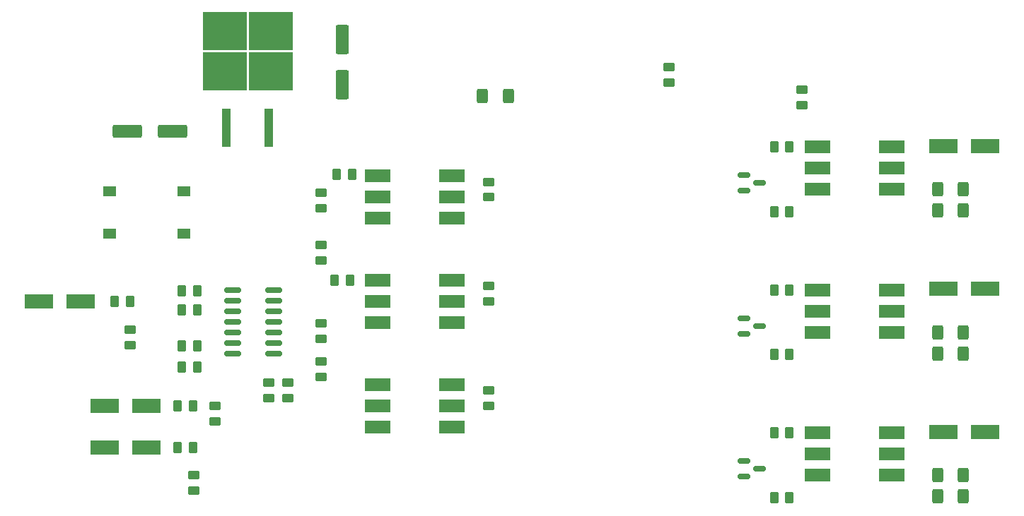
<source format=gbr>
%TF.GenerationSoftware,KiCad,Pcbnew,(6.0.10)*%
%TF.CreationDate,2023-02-08T12:55:30+07:00*%
%TF.ProjectId,3_phase_firing,335f7068-6173-4655-9f66-6972696e672e,rev?*%
%TF.SameCoordinates,Original*%
%TF.FileFunction,Paste,Top*%
%TF.FilePolarity,Positive*%
%FSLAX46Y46*%
G04 Gerber Fmt 4.6, Leading zero omitted, Abs format (unit mm)*
G04 Created by KiCad (PCBNEW (6.0.10)) date 2023-02-08 12:55:30*
%MOMM*%
%LPD*%
G01*
G04 APERTURE LIST*
G04 Aperture macros list*
%AMRoundRect*
0 Rectangle with rounded corners*
0 $1 Rounding radius*
0 $2 $3 $4 $5 $6 $7 $8 $9 X,Y pos of 4 corners*
0 Add a 4 corners polygon primitive as box body*
4,1,4,$2,$3,$4,$5,$6,$7,$8,$9,$2,$3,0*
0 Add four circle primitives for the rounded corners*
1,1,$1+$1,$2,$3*
1,1,$1+$1,$4,$5*
1,1,$1+$1,$6,$7*
1,1,$1+$1,$8,$9*
0 Add four rect primitives between the rounded corners*
20,1,$1+$1,$2,$3,$4,$5,0*
20,1,$1+$1,$4,$5,$6,$7,0*
20,1,$1+$1,$6,$7,$8,$9,0*
20,1,$1+$1,$8,$9,$2,$3,0*%
G04 Aperture macros list end*
%ADD10R,3.500000X1.800000*%
%ADD11R,3.100000X1.600000*%
%ADD12RoundRect,0.250000X0.262500X0.450000X-0.262500X0.450000X-0.262500X-0.450000X0.262500X-0.450000X0*%
%ADD13RoundRect,0.250000X-0.450000X0.262500X-0.450000X-0.262500X0.450000X-0.262500X0.450000X0.262500X0*%
%ADD14RoundRect,0.250000X0.400000X0.625000X-0.400000X0.625000X-0.400000X-0.625000X0.400000X-0.625000X0*%
%ADD15RoundRect,0.250000X0.450000X-0.262500X0.450000X0.262500X-0.450000X0.262500X-0.450000X-0.262500X0*%
%ADD16RoundRect,0.150000X-0.587500X-0.150000X0.587500X-0.150000X0.587500X0.150000X-0.587500X0.150000X0*%
%ADD17RoundRect,0.150000X-0.825000X-0.150000X0.825000X-0.150000X0.825000X0.150000X-0.825000X0.150000X0*%
%ADD18RoundRect,0.250000X1.500000X0.550000X-1.500000X0.550000X-1.500000X-0.550000X1.500000X-0.550000X0*%
%ADD19RoundRect,0.250000X-0.400000X-0.625000X0.400000X-0.625000X0.400000X0.625000X-0.400000X0.625000X0*%
%ADD20R,1.500000X1.300000*%
%ADD21RoundRect,0.250000X-0.262500X-0.450000X0.262500X-0.450000X0.262500X0.450000X-0.262500X0.450000X0*%
%ADD22R,5.250000X4.550000*%
%ADD23R,1.100000X4.600000*%
%ADD24RoundRect,0.250000X0.550000X-1.500000X0.550000X1.500000X-0.550000X1.500000X-0.550000X-1.500000X0*%
G04 APERTURE END LIST*
D10*
%TO.C,D6*%
X185801000Y-78503000D03*
X190801000Y-78503000D03*
%TD*%
D11*
%TO.C,U3*%
X118055000Y-64960000D03*
X118055000Y-67500000D03*
X118055000Y-70040000D03*
X126945000Y-70040000D03*
X126945000Y-67500000D03*
X126945000Y-64960000D03*
%TD*%
D12*
%TO.C,R17*%
X114704500Y-77470000D03*
X112879500Y-77470000D03*
%TD*%
D13*
%TO.C,R41*%
X168830000Y-54627000D03*
X168830000Y-56452000D03*
%TD*%
D12*
%TO.C,R1*%
X88412500Y-80000000D03*
X86587500Y-80000000D03*
%TD*%
D14*
%TO.C,R36*%
X188160000Y-100855000D03*
X185060000Y-100855000D03*
%TD*%
%TO.C,R33*%
X188160000Y-86250000D03*
X185060000Y-86250000D03*
%TD*%
D12*
%TO.C,R22*%
X167329500Y-78630000D03*
X165504500Y-78630000D03*
%TD*%
D15*
%TO.C,R14*%
X111252000Y-75080500D03*
X111252000Y-73255500D03*
%TD*%
%TO.C,R42*%
X152955000Y-53761500D03*
X152955000Y-51936500D03*
%TD*%
D11*
%TO.C,U11*%
X170735000Y-95775000D03*
X170735000Y-98315000D03*
X170735000Y-100855000D03*
X179625000Y-100855000D03*
X179625000Y-98315000D03*
X179625000Y-95775000D03*
%TD*%
D16*
%TO.C,Q1*%
X161923500Y-64853000D03*
X161923500Y-66753000D03*
X163798500Y-65803000D03*
%TD*%
D12*
%TO.C,R27*%
X167329500Y-103522000D03*
X165504500Y-103522000D03*
%TD*%
D17*
%TO.C,U1*%
X100649000Y-78690000D03*
X100649000Y-79960000D03*
X100649000Y-81230000D03*
X100649000Y-82500000D03*
X100649000Y-83770000D03*
X100649000Y-85040000D03*
X100649000Y-86310000D03*
X105599000Y-86310000D03*
X105599000Y-85040000D03*
X105599000Y-83770000D03*
X105599000Y-82500000D03*
X105599000Y-81230000D03*
X105599000Y-79960000D03*
X105599000Y-78690000D03*
%TD*%
D12*
%TO.C,R26*%
X167329500Y-95775000D03*
X165504500Y-95775000D03*
%TD*%
%TO.C,R16*%
X114958500Y-64770000D03*
X113133500Y-64770000D03*
%TD*%
%TO.C,R24*%
X167329500Y-61485000D03*
X165504500Y-61485000D03*
%TD*%
D15*
%TO.C,R18*%
X111252000Y-89050500D03*
X111252000Y-87225500D03*
%TD*%
D11*
%TO.C,U5*%
X118055000Y-89960000D03*
X118055000Y-92500000D03*
X118055000Y-95040000D03*
X126945000Y-95040000D03*
X126945000Y-92500000D03*
X126945000Y-89960000D03*
%TD*%
D18*
%TO.C,C1*%
X93505000Y-59563000D03*
X88105000Y-59563000D03*
%TD*%
D12*
%TO.C,R7*%
X96416500Y-78740000D03*
X94591500Y-78740000D03*
%TD*%
%TO.C,R25*%
X167329500Y-86377000D03*
X165504500Y-86377000D03*
%TD*%
%TO.C,R5*%
X95912500Y-97500000D03*
X94087500Y-97500000D03*
%TD*%
%TO.C,R23*%
X167329500Y-69232000D03*
X165504500Y-69232000D03*
%TD*%
D19*
%TO.C,R40*%
X130580000Y-55389000D03*
X133680000Y-55389000D03*
%TD*%
D15*
%TO.C,R15*%
X111252000Y-84478500D03*
X111252000Y-82653500D03*
%TD*%
%TO.C,R6*%
X96012000Y-102663000D03*
X96012000Y-100838000D03*
%TD*%
D14*
%TO.C,R37*%
X188160000Y-103395000D03*
X185060000Y-103395000D03*
%TD*%
D10*
%TO.C,D2*%
X82500000Y-80000000D03*
X77500000Y-80000000D03*
%TD*%
D13*
%TO.C,R13*%
X111252000Y-67009000D03*
X111252000Y-68834000D03*
%TD*%
D16*
%TO.C,Q2*%
X161923500Y-81998000D03*
X161923500Y-83898000D03*
X163798500Y-82948000D03*
%TD*%
D14*
%TO.C,R28*%
X188160000Y-69105000D03*
X185060000Y-69105000D03*
%TD*%
D20*
%TO.C,D1*%
X94874000Y-71892000D03*
X94874000Y-66792000D03*
X85974000Y-66792000D03*
X85974000Y-71892000D03*
%TD*%
D14*
%TO.C,R29*%
X188160000Y-66565000D03*
X185060000Y-66565000D03*
%TD*%
D15*
%TO.C,R4*%
X98552000Y-94359100D03*
X98552000Y-92534100D03*
%TD*%
D21*
%TO.C,R8*%
X94591500Y-81026000D03*
X96416500Y-81026000D03*
%TD*%
D12*
%TO.C,R3*%
X95912500Y-92500000D03*
X94087500Y-92500000D03*
%TD*%
%TO.C,R9*%
X96416500Y-87884000D03*
X94591500Y-87884000D03*
%TD*%
D10*
%TO.C,D5*%
X185801000Y-61358000D03*
X190801000Y-61358000D03*
%TD*%
D11*
%TO.C,U4*%
X118055000Y-77460000D03*
X118055000Y-80000000D03*
X118055000Y-82540000D03*
X126945000Y-82540000D03*
X126945000Y-80000000D03*
X126945000Y-77460000D03*
%TD*%
D15*
%TO.C,R20*%
X131365000Y-80000000D03*
X131365000Y-78175000D03*
%TD*%
D10*
%TO.C,D7*%
X185801000Y-95648000D03*
X190801000Y-95648000D03*
%TD*%
D22*
%TO.C,U2*%
X99725000Y-47575000D03*
X105275000Y-52425000D03*
X105275000Y-47575000D03*
X99725000Y-52425000D03*
D23*
X99960000Y-59150000D03*
X105040000Y-59150000D03*
%TD*%
D11*
%TO.C,U7*%
X170735000Y-61485000D03*
X170735000Y-64025000D03*
X170735000Y-66565000D03*
X179625000Y-66565000D03*
X179625000Y-64025000D03*
X179625000Y-61485000D03*
%TD*%
D14*
%TO.C,R32*%
X188160000Y-83710000D03*
X185060000Y-83710000D03*
%TD*%
D11*
%TO.C,U9*%
X170735000Y-78630000D03*
X170735000Y-81170000D03*
X170735000Y-83710000D03*
X179625000Y-83710000D03*
X179625000Y-81170000D03*
X179625000Y-78630000D03*
%TD*%
D13*
%TO.C,R11*%
X105003600Y-89765500D03*
X105003600Y-91590500D03*
%TD*%
D15*
%TO.C,R12*%
X107289600Y-91590500D03*
X107289600Y-89765500D03*
%TD*%
D24*
%TO.C,C2*%
X113792000Y-54008000D03*
X113792000Y-48608000D03*
%TD*%
D10*
%TO.C,D3*%
X90330000Y-92500000D03*
X85330000Y-92500000D03*
%TD*%
D21*
%TO.C,R10*%
X94591500Y-85344000D03*
X96416500Y-85344000D03*
%TD*%
D15*
%TO.C,R2*%
X88392000Y-85240500D03*
X88392000Y-83415500D03*
%TD*%
D16*
%TO.C,Q3*%
X161923500Y-99143000D03*
X161923500Y-101043000D03*
X163798500Y-100093000D03*
%TD*%
D10*
%TO.C,D4*%
X90330000Y-97500000D03*
X85330000Y-97500000D03*
%TD*%
D15*
%TO.C,R21*%
X131365000Y-92500000D03*
X131365000Y-90675000D03*
%TD*%
%TO.C,R19*%
X131365000Y-67500000D03*
X131365000Y-65675000D03*
%TD*%
M02*

</source>
